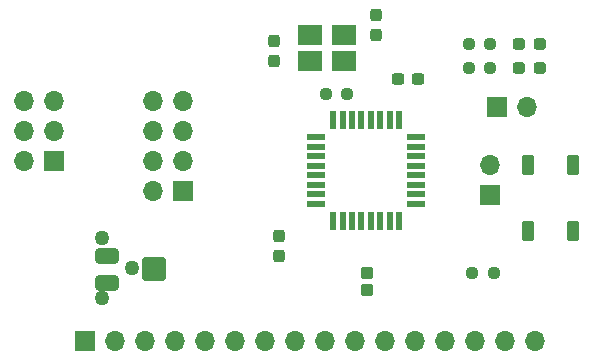
<source format=gts>
G04 #@! TF.GenerationSoftware,KiCad,Pcbnew,7.0.7*
G04 #@! TF.CreationDate,2023-10-10T15:44:46+02:00*
G04 #@! TF.ProjectId,EcranLCD_Schema_V1.2,45637261-6e4c-4434-945f-536368656d61,rev?*
G04 #@! TF.SameCoordinates,Original*
G04 #@! TF.FileFunction,Soldermask,Top*
G04 #@! TF.FilePolarity,Negative*
%FSLAX46Y46*%
G04 Gerber Fmt 4.6, Leading zero omitted, Abs format (unit mm)*
G04 Created by KiCad (PCBNEW 7.0.7) date 2023-10-10 15:44:46*
%MOMM*%
%LPD*%
G01*
G04 APERTURE LIST*
G04 Aperture macros list*
%AMRoundRect*
0 Rectangle with rounded corners*
0 $1 Rounding radius*
0 $2 $3 $4 $5 $6 $7 $8 $9 X,Y pos of 4 corners*
0 Add a 4 corners polygon primitive as box body*
4,1,4,$2,$3,$4,$5,$6,$7,$8,$9,$2,$3,0*
0 Add four circle primitives for the rounded corners*
1,1,$1+$1,$2,$3*
1,1,$1+$1,$4,$5*
1,1,$1+$1,$6,$7*
1,1,$1+$1,$8,$9*
0 Add four rect primitives between the rounded corners*
20,1,$1+$1,$2,$3,$4,$5,0*
20,1,$1+$1,$4,$5,$6,$7,0*
20,1,$1+$1,$6,$7,$8,$9,0*
20,1,$1+$1,$8,$9,$2,$3,0*%
G04 Aperture macros list end*
%ADD10RoundRect,0.237500X-0.237500X0.300000X-0.237500X-0.300000X0.237500X-0.300000X0.237500X0.300000X0*%
%ADD11RoundRect,0.237500X0.250000X0.237500X-0.250000X0.237500X-0.250000X-0.237500X0.250000X-0.237500X0*%
%ADD12R,1.700000X1.700000*%
%ADD13O,1.700000X1.700000*%
%ADD14RoundRect,0.250000X0.750000X-0.400000X0.750000X0.400000X-0.750000X0.400000X-0.750000X-0.400000X0*%
%ADD15RoundRect,0.250000X0.750000X-0.750000X0.750000X0.750000X-0.750000X0.750000X-0.750000X-0.750000X0*%
%ADD16RoundRect,0.101600X0.381000X0.762000X-0.381000X0.762000X-0.381000X-0.762000X0.381000X-0.762000X0*%
%ADD17RoundRect,0.237500X0.300000X0.237500X-0.300000X0.237500X-0.300000X-0.237500X0.300000X-0.237500X0*%
%ADD18RoundRect,0.237500X-0.250000X-0.237500X0.250000X-0.237500X0.250000X0.237500X-0.250000X0.237500X0*%
%ADD19RoundRect,0.237500X0.237500X-0.300000X0.237500X0.300000X-0.237500X0.300000X-0.237500X-0.300000X0*%
%ADD20RoundRect,0.250000X0.275000X-0.287500X0.275000X0.287500X-0.275000X0.287500X-0.275000X-0.287500X0*%
%ADD21RoundRect,0.237500X0.287500X0.237500X-0.287500X0.237500X-0.287500X-0.237500X0.287500X-0.237500X0*%
%ADD22R,0.550000X1.600000*%
%ADD23R,1.600000X0.550000*%
%ADD24R,2.100000X1.800000*%
%ADD25C,1.260000*%
G04 APERTURE END LIST*
D10*
X136829800Y-75590400D03*
X136829800Y-77315400D03*
D11*
X142595600Y-63550800D03*
X140770600Y-63550800D03*
D12*
X117760000Y-69300000D03*
D13*
X115220000Y-69300000D03*
X117760000Y-66760000D03*
X115220000Y-66760000D03*
X117760000Y-64220000D03*
X115220000Y-64220000D03*
D12*
X120396000Y-84531200D03*
D13*
X122936000Y-84531200D03*
X125476000Y-84531200D03*
X128016000Y-84531200D03*
X130556000Y-84531200D03*
X133096000Y-84531200D03*
X135636000Y-84531200D03*
X138176000Y-84531200D03*
X140716000Y-84531200D03*
X143256000Y-84531200D03*
X145796000Y-84531200D03*
X148336000Y-84531200D03*
X150876000Y-84531200D03*
X153416000Y-84531200D03*
X155956000Y-84531200D03*
X158496000Y-84531200D03*
D14*
X122238000Y-79594000D03*
D15*
X126238000Y-78444000D03*
D14*
X122238000Y-77294000D03*
D16*
X157861000Y-75184000D03*
X157861000Y-69596000D03*
X161671000Y-75184000D03*
X161671000Y-69596000D03*
D17*
X148563500Y-62357000D03*
X146838500Y-62357000D03*
D18*
X153162000Y-78740000D03*
X154987000Y-78740000D03*
D12*
X128682000Y-71840000D03*
D13*
X126142000Y-71840000D03*
X128682000Y-69300000D03*
X126142000Y-69300000D03*
X128682000Y-66760000D03*
X126142000Y-66760000D03*
X128682000Y-64220000D03*
X126142000Y-64220000D03*
D19*
X136347200Y-60805400D03*
X136347200Y-59080400D03*
D20*
X144272000Y-80165000D03*
X144272000Y-78740000D03*
D21*
X158874400Y-59385200D03*
X157124400Y-59385200D03*
D22*
X146976000Y-65812000D03*
X146176000Y-65812000D03*
X145376000Y-65812000D03*
X144576000Y-65812000D03*
X143776000Y-65812000D03*
X142976000Y-65812000D03*
X142176000Y-65812000D03*
X141376000Y-65812000D03*
D23*
X139926000Y-67262000D03*
X139926000Y-68062000D03*
X139926000Y-68862000D03*
X139926000Y-69662000D03*
X139926000Y-70462000D03*
X139926000Y-71262000D03*
X139926000Y-72062000D03*
X139926000Y-72862000D03*
D22*
X141376000Y-74312000D03*
X142176000Y-74312000D03*
X142976000Y-74312000D03*
X143776000Y-74312000D03*
X144576000Y-74312000D03*
X145376000Y-74312000D03*
X146176000Y-74312000D03*
X146976000Y-74312000D03*
D23*
X148426000Y-72862000D03*
X148426000Y-72062000D03*
X148426000Y-71262000D03*
X148426000Y-70462000D03*
X148426000Y-69662000D03*
X148426000Y-68862000D03*
X148426000Y-68062000D03*
X148426000Y-67262000D03*
D18*
X152861000Y-61417200D03*
X154686000Y-61417200D03*
D12*
X155295600Y-64668400D03*
D13*
X157835600Y-64668400D03*
D24*
X139441600Y-60807600D03*
X142341600Y-60807600D03*
X142341600Y-58607600D03*
X139441600Y-58607600D03*
D18*
X152861000Y-59385200D03*
X154686000Y-59385200D03*
D21*
X158874400Y-61417200D03*
X157124400Y-61417200D03*
D12*
X154686000Y-72136000D03*
D13*
X154686000Y-69596000D03*
D19*
X145034000Y-58621000D03*
X145034000Y-56896000D03*
D25*
X121793000Y-80899000D03*
X124333000Y-78359000D03*
X121793000Y-75819000D03*
M02*

</source>
